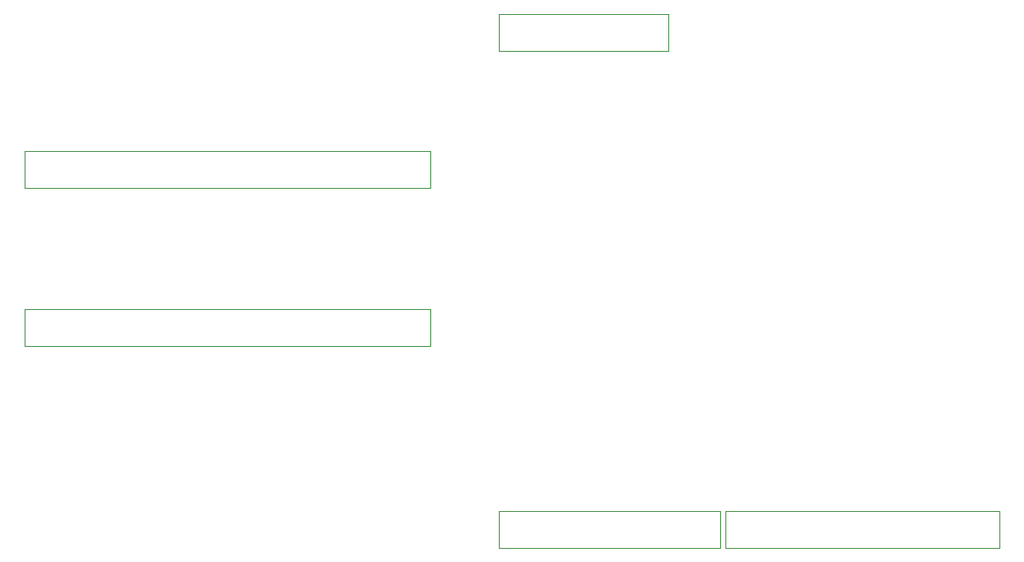
<source format=gbr>
G04 #@! TF.GenerationSoftware,KiCad,Pcbnew,(5.0.2)-1*
G04 #@! TF.CreationDate,2019-08-02T19:21:12-04:00*
G04 #@! TF.ProjectId,A-10C-UFC,412d3130-432d-4554-9643-2e6b69636164,1.2*
G04 #@! TF.SameCoordinates,Original*
G04 #@! TF.FileFunction,Other,User*
%FSLAX46Y46*%
G04 Gerber Fmt 4.6, Leading zero omitted, Abs format (unit mm)*
G04 Created by KiCad (PCBNEW (5.0.2)-1) date 8/2/2019 7:21:12 PM*
%MOMM*%
%LPD*%
G01*
G04 APERTURE LIST*
%ADD10C,0.050000*%
G04 APERTURE END LIST*
D10*
G04 #@! TO.C,J2*
X281664000Y-112500000D02*
X308114000Y-112500000D01*
X308114000Y-112500000D02*
X308114000Y-116100000D01*
X308114000Y-116100000D02*
X281664000Y-116100000D01*
X281664000Y-116100000D02*
X281664000Y-112500000D01*
G04 #@! TO.C,J3*
X259820000Y-64544800D02*
X276120000Y-64544800D01*
X276120000Y-64544800D02*
X276120000Y-68144800D01*
X276120000Y-68144800D02*
X259820000Y-68144800D01*
X259820000Y-68144800D02*
X259820000Y-64544800D01*
G04 #@! TO.C,J1*
X259820000Y-112500000D02*
X281170000Y-112500000D01*
X281170000Y-112500000D02*
X281170000Y-116100000D01*
X281170000Y-116100000D02*
X259820000Y-116100000D01*
X259820000Y-116100000D02*
X259820000Y-112500000D01*
G04 #@! TO.C,J4*
X253200000Y-77803600D02*
X214100000Y-77803600D01*
X253200000Y-81353600D02*
X253200000Y-77803600D01*
X214100000Y-81353600D02*
X253200000Y-81353600D01*
X214100000Y-77803600D02*
X214100000Y-81353600D01*
G04 #@! TO.C,J5*
X214100000Y-93069000D02*
X214100000Y-96619000D01*
X214100000Y-96619000D02*
X253200000Y-96619000D01*
X253200000Y-96619000D02*
X253200000Y-93069000D01*
X253200000Y-93069000D02*
X214100000Y-93069000D01*
G04 #@! TD*
M02*

</source>
